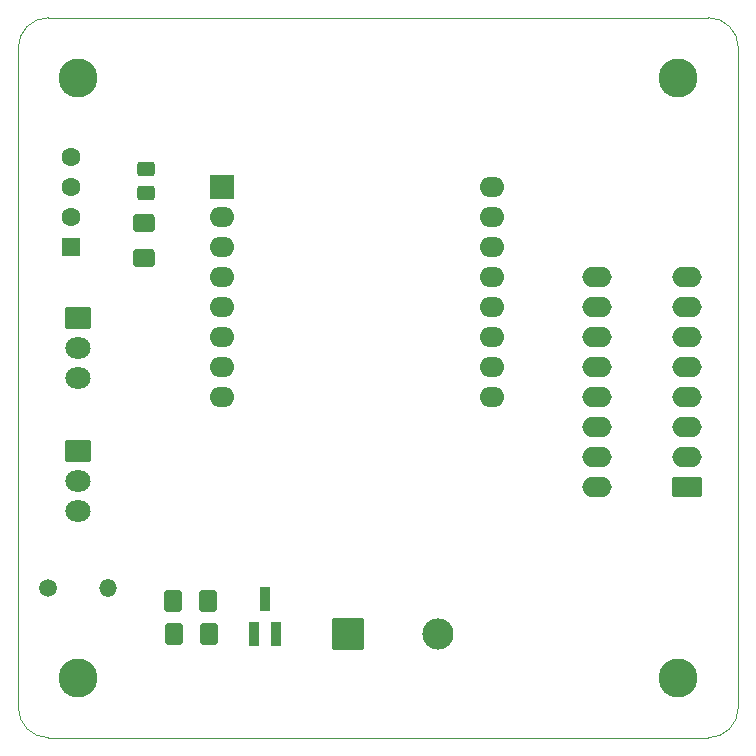
<source format=gbr>
G04 #@! TF.GenerationSoftware,KiCad,Pcbnew,(6.0.8)*
G04 #@! TF.CreationDate,2022-10-28T18:58:48+02:00*
G04 #@! TF.ProjectId,gardenWemos,67617264-656e-4576-956d-6f732e6b6963,rev?*
G04 #@! TF.SameCoordinates,Original*
G04 #@! TF.FileFunction,Soldermask,Top*
G04 #@! TF.FilePolarity,Negative*
%FSLAX46Y46*%
G04 Gerber Fmt 4.6, Leading zero omitted, Abs format (unit mm)*
G04 Created by KiCad (PCBNEW (6.0.8)) date 2022-10-28 18:58:48*
%MOMM*%
%LPD*%
G01*
G04 APERTURE LIST*
G04 Aperture macros list*
%AMRoundRect*
0 Rectangle with rounded corners*
0 $1 Rounding radius*
0 $2 $3 $4 $5 $6 $7 $8 $9 X,Y pos of 4 corners*
0 Add a 4 corners polygon primitive as box body*
4,1,4,$2,$3,$4,$5,$6,$7,$8,$9,$2,$3,0*
0 Add four circle primitives for the rounded corners*
1,1,$1+$1,$2,$3*
1,1,$1+$1,$4,$5*
1,1,$1+$1,$6,$7*
1,1,$1+$1,$8,$9*
0 Add four rect primitives between the rounded corners*
20,1,$1+$1,$2,$3,$4,$5,0*
20,1,$1+$1,$4,$5,$6,$7,0*
20,1,$1+$1,$6,$7,$8,$9,0*
20,1,$1+$1,$8,$9,$2,$3,0*%
G04 Aperture macros list end*
G04 #@! TA.AperFunction,Profile*
%ADD10C,0.050000*%
G04 #@! TD*
%ADD11RoundRect,0.051000X-1.015000X-0.865000X1.015000X-0.865000X1.015000X0.865000X-1.015000X0.865000X0*%
%ADD12O,2.132000X1.832000*%
%ADD13RoundRect,0.301001X-0.624999X0.462499X-0.624999X-0.462499X0.624999X-0.462499X0.624999X0.462499X0*%
%ADD14RoundRect,0.051000X0.750000X0.750000X-0.750000X0.750000X-0.750000X-0.750000X0.750000X-0.750000X0*%
%ADD15C,1.602000*%
%ADD16RoundRect,0.301000X0.450000X-0.325000X0.450000X0.325000X-0.450000X0.325000X-0.450000X-0.325000X0*%
%ADD17RoundRect,0.051000X-1.270000X-1.270000X1.270000X-1.270000X1.270000X1.270000X-1.270000X1.270000X0*%
%ADD18C,2.642000*%
%ADD19C,3.302000*%
%ADD20RoundRect,0.051000X0.400000X-0.950000X0.400000X0.950000X-0.400000X0.950000X-0.400000X-0.950000X0*%
%ADD21O,1.502000X1.502000*%
%ADD22C,1.502000*%
%ADD23RoundRect,0.301001X0.462499X0.624999X-0.462499X0.624999X-0.462499X-0.624999X0.462499X-0.624999X0*%
%ADD24O,2.102000X1.702000*%
%ADD25RoundRect,0.051000X-1.000000X-1.000000X1.000000X-1.000000X1.000000X1.000000X-1.000000X1.000000X0*%
%ADD26RoundRect,0.051000X1.200000X0.800000X-1.200000X0.800000X-1.200000X-0.800000X1.200000X-0.800000X0*%
%ADD27O,2.502000X1.702000*%
G04 APERTURE END LIST*
D10*
X174752000Y-132588000D02*
G75*
G03*
X177292000Y-130048000I0J2540000D01*
G01*
X116332000Y-130048000D02*
G75*
G03*
X118872000Y-132588000I2540000J0D01*
G01*
X118872000Y-71628000D02*
G75*
G03*
X116332000Y-74168000I0J-2540000D01*
G01*
X177292000Y-74168000D02*
G75*
G03*
X174752000Y-71628000I-2540000J0D01*
G01*
X118872000Y-71628000D02*
X174752000Y-71628000D01*
X116332000Y-130048000D02*
X116332000Y-74168000D01*
X118872000Y-132588000D02*
X174752000Y-132588000D01*
X177292000Y-74168000D02*
X177292000Y-130048000D01*
X174752000Y-132588000D02*
G75*
G03*
X177292000Y-130048000I0J2540000D01*
G01*
X116332000Y-130048000D02*
G75*
G03*
X118872000Y-132588000I2540000J0D01*
G01*
X118872000Y-71628000D02*
G75*
G03*
X116332000Y-74168000I0J-2540000D01*
G01*
X177292000Y-74168000D02*
G75*
G03*
X174752000Y-71628000I-2540000J0D01*
G01*
X118872000Y-71628000D02*
X174752000Y-71628000D01*
X116332000Y-130048000D02*
X116332000Y-74168000D01*
X118872000Y-132588000D02*
X174752000Y-132588000D01*
X177292000Y-74168000D02*
X177292000Y-130048000D01*
D11*
X121412000Y-97028000D03*
D12*
X121412000Y-99568000D03*
X121412000Y-102108000D03*
D13*
X127000000Y-91948000D03*
X127000000Y-88973000D03*
D14*
X120777000Y-91059000D03*
D15*
X120777000Y-88519000D03*
X120777000Y-85979000D03*
X120777000Y-83439000D03*
D16*
X127127000Y-86505000D03*
X127127000Y-84455000D03*
D17*
X144272000Y-123825000D03*
D18*
X151892000Y-123825000D03*
D19*
X121412000Y-76708000D03*
X121412000Y-127508000D03*
X172212000Y-76708000D03*
X172212000Y-127508000D03*
D20*
X136276000Y-123825000D03*
X138176000Y-123825000D03*
X137226000Y-120825000D03*
D21*
X123952000Y-119888000D03*
D22*
X118872000Y-119888000D03*
D23*
X132424500Y-121031000D03*
X129449500Y-121031000D03*
X132461000Y-123825000D03*
X129486000Y-123825000D03*
D24*
X133604000Y-88519000D03*
D25*
X133604000Y-85979000D03*
D24*
X133604000Y-91059000D03*
X133604000Y-93599000D03*
X133604000Y-96139000D03*
X133604000Y-98679000D03*
X133604000Y-101219000D03*
X133604000Y-103759000D03*
X156464000Y-103759000D03*
X156464000Y-101219000D03*
X156464000Y-98679000D03*
X156464000Y-96139000D03*
X156464000Y-93599000D03*
X156464000Y-91059000D03*
X156464000Y-88519000D03*
X156464000Y-85979000D03*
D26*
X172974000Y-111379000D03*
D27*
X165354000Y-93599000D03*
X172974000Y-108839000D03*
X165354000Y-96139000D03*
X172974000Y-106299000D03*
X165354000Y-98679000D03*
X172974000Y-103759000D03*
X165354000Y-101219000D03*
X172974000Y-101219000D03*
X165354000Y-103759000D03*
X172974000Y-98679000D03*
X165354000Y-106299000D03*
X172974000Y-96139000D03*
X165354000Y-108839000D03*
X172974000Y-93599000D03*
X165354000Y-111379000D03*
D12*
X121412000Y-113411000D03*
X121412000Y-110871000D03*
D11*
X121412000Y-108331000D03*
M02*

</source>
